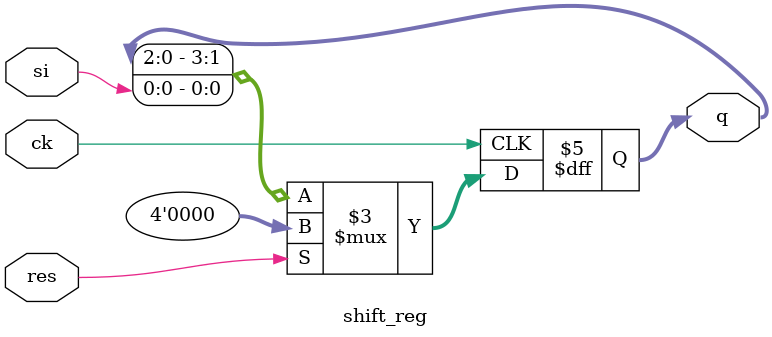
<source format=v>
module shift_reg (ck, res, si, q);
    input ck, res, si;
    output [3:0] q;
    reg [3:0] q;

    always @(posedge ck) begin
        if(res)
            q <= 4'h0;
        else
            q <= {q[2:0], si};
    end
    
endmodule
</source>
